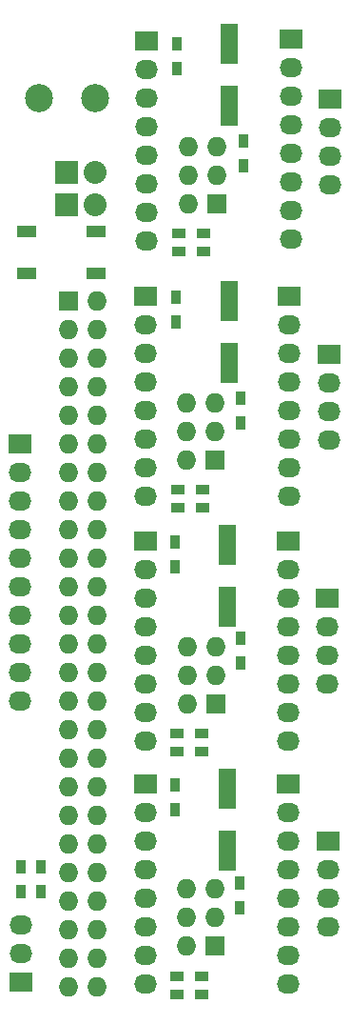
<source format=gts>
G04 #@! TF.FileFunction,Soldermask,Top*
%FSLAX46Y46*%
G04 Gerber Fmt 4.6, Leading zero omitted, Abs format (unit mm)*
G04 Created by KiCad (PCBNEW (2015-01-16 BZR 5376)-product) date 27.11.2015 11:03:24*
%MOMM*%
G01*
G04 APERTURE LIST*
%ADD10C,0.100000*%
%ADD11R,2.032000X2.032000*%
%ADD12O,2.032000X2.032000*%
%ADD13R,1.600200X3.599180*%
%ADD14R,1.727200X1.727200*%
%ADD15O,1.727200X1.727200*%
%ADD16R,0.900000X1.200000*%
%ADD17R,1.200000X0.900000*%
%ADD18R,2.032000X1.727200*%
%ADD19O,2.032000X1.727200*%
%ADD20R,1.800000X1.100000*%
%ADD21C,2.500000*%
G04 APERTURE END LIST*
D10*
D11*
X122174000Y-38989000D03*
D12*
X124714000Y-38989000D03*
D11*
X122174000Y-41910000D03*
D12*
X124714000Y-41910000D03*
D13*
X136606280Y-27612340D03*
X136606280Y-33113980D03*
X136611360Y-50452020D03*
X136611360Y-55953660D03*
X136484360Y-72138540D03*
X136484360Y-77640180D03*
X136453880Y-93764100D03*
X136453880Y-99265740D03*
D14*
X135500000Y-41798240D03*
D15*
X132960000Y-41798240D03*
X135500000Y-39258240D03*
X132960000Y-39258240D03*
X135500000Y-36718240D03*
X132960000Y-36718240D03*
D14*
X135400000Y-64587120D03*
D15*
X132860000Y-64587120D03*
X135400000Y-62047120D03*
X132860000Y-62047120D03*
X135400000Y-59507120D03*
X132860000Y-59507120D03*
D14*
X135427720Y-86207600D03*
D15*
X132887720Y-86207600D03*
X135427720Y-83667600D03*
X132887720Y-83667600D03*
X135427720Y-81127600D03*
X132887720Y-81127600D03*
D14*
X135360000Y-107792520D03*
D15*
X132820000Y-107792520D03*
X135360000Y-105252520D03*
X132820000Y-105252520D03*
X135360000Y-102712520D03*
X132820000Y-102712520D03*
D16*
X131978400Y-27530880D03*
X131978400Y-29730880D03*
X131886960Y-50131800D03*
X131886960Y-52331800D03*
X131800600Y-71879280D03*
X131800600Y-74079280D03*
X131820920Y-93443880D03*
X131820920Y-95643880D03*
D17*
X132123000Y-44444920D03*
X134323000Y-44444920D03*
X132123000Y-46009560D03*
X134323000Y-46009560D03*
X132026480Y-67203320D03*
X134226480Y-67203320D03*
X132036640Y-68803520D03*
X134236640Y-68803520D03*
X132006160Y-88859360D03*
X134206160Y-88859360D03*
X132006160Y-90500200D03*
X134206160Y-90500200D03*
X131970600Y-110449360D03*
X134170600Y-110449360D03*
X131980760Y-112074960D03*
X134180760Y-112074960D03*
D18*
X145623280Y-32486600D03*
D19*
X145623280Y-35026600D03*
X145623280Y-37566600D03*
X145623280Y-40106600D03*
D18*
X145481040Y-55199280D03*
D19*
X145481040Y-57739280D03*
X145481040Y-60279280D03*
X145481040Y-62819280D03*
D18*
X145379440Y-76850240D03*
D19*
X145379440Y-79390240D03*
X145379440Y-81930240D03*
X145379440Y-84470240D03*
D18*
X145399760Y-98435160D03*
D19*
X145399760Y-100975160D03*
X145399760Y-103515160D03*
X145399760Y-106055160D03*
D18*
X117983000Y-63119000D03*
D19*
X117983000Y-65659000D03*
X117983000Y-68199000D03*
X117983000Y-70739000D03*
X117983000Y-73279000D03*
X117983000Y-75819000D03*
X117983000Y-78359000D03*
X117983000Y-80899000D03*
X117983000Y-83439000D03*
X117983000Y-85979000D03*
D20*
X118566000Y-44251000D03*
X124766000Y-44251000D03*
X118566000Y-47951000D03*
X124766000Y-47951000D03*
D18*
X118110000Y-110998000D03*
D19*
X118110000Y-108458000D03*
X118110000Y-105918000D03*
D16*
X119888000Y-102954000D03*
X119888000Y-100754000D03*
X118110000Y-100754000D03*
X118110000Y-102954000D03*
X137922000Y-38438000D03*
X137922000Y-36238000D03*
X137668000Y-61298000D03*
X137668000Y-59098000D03*
X137668000Y-82634000D03*
X137668000Y-80434000D03*
X137541000Y-104351000D03*
X137541000Y-102151000D03*
D14*
X122301000Y-50419000D03*
D15*
X124841000Y-50419000D03*
X122301000Y-52959000D03*
X124841000Y-52959000D03*
X122301000Y-55499000D03*
X124841000Y-55499000D03*
X122301000Y-58039000D03*
X124841000Y-58039000D03*
X122301000Y-60579000D03*
X124841000Y-60579000D03*
X122301000Y-63119000D03*
X124841000Y-63119000D03*
X122301000Y-65659000D03*
X124841000Y-65659000D03*
X122301000Y-68199000D03*
X124841000Y-68199000D03*
X122301000Y-70739000D03*
X124841000Y-70739000D03*
X122301000Y-73279000D03*
X124841000Y-73279000D03*
X122301000Y-75819000D03*
X124841000Y-75819000D03*
X122301000Y-78359000D03*
X124841000Y-78359000D03*
X122301000Y-80899000D03*
X124841000Y-80899000D03*
X122301000Y-83439000D03*
X124841000Y-83439000D03*
X122301000Y-85979000D03*
X124841000Y-85979000D03*
X122301000Y-88519000D03*
X124841000Y-88519000D03*
X122301000Y-91059000D03*
X124841000Y-91059000D03*
X122301000Y-93599000D03*
X124841000Y-93599000D03*
X122301000Y-96139000D03*
X124841000Y-96139000D03*
X122301000Y-98679000D03*
X124841000Y-98679000D03*
X122301000Y-101219000D03*
X124841000Y-101219000D03*
X122301000Y-103759000D03*
X124841000Y-103759000D03*
X122301000Y-106299000D03*
X124841000Y-106299000D03*
X122301000Y-108839000D03*
X124841000Y-108839000D03*
X122301000Y-111379000D03*
X124841000Y-111379000D03*
D18*
X129286000Y-27305000D03*
D19*
X129286000Y-29845000D03*
X129286000Y-32385000D03*
X129286000Y-34925000D03*
X129286000Y-37465000D03*
X129286000Y-40005000D03*
X129286000Y-42545000D03*
X129286000Y-45085000D03*
D18*
X142113000Y-27178000D03*
D19*
X142113000Y-29718000D03*
X142113000Y-32258000D03*
X142113000Y-34798000D03*
X142113000Y-37338000D03*
X142113000Y-39878000D03*
X142113000Y-42418000D03*
X142113000Y-44958000D03*
D18*
X129159000Y-50038000D03*
D19*
X129159000Y-52578000D03*
X129159000Y-55118000D03*
X129159000Y-57658000D03*
X129159000Y-60198000D03*
X129159000Y-62738000D03*
X129159000Y-65278000D03*
X129159000Y-67818000D03*
D18*
X141986000Y-50038000D03*
D19*
X141986000Y-52578000D03*
X141986000Y-55118000D03*
X141986000Y-57658000D03*
X141986000Y-60198000D03*
X141986000Y-62738000D03*
X141986000Y-65278000D03*
X141986000Y-67818000D03*
D18*
X129159000Y-71755000D03*
D19*
X129159000Y-74295000D03*
X129159000Y-76835000D03*
X129159000Y-79375000D03*
X129159000Y-81915000D03*
X129159000Y-84455000D03*
X129159000Y-86995000D03*
X129159000Y-89535000D03*
D18*
X141859000Y-71755000D03*
D19*
X141859000Y-74295000D03*
X141859000Y-76835000D03*
X141859000Y-79375000D03*
X141859000Y-81915000D03*
X141859000Y-84455000D03*
X141859000Y-86995000D03*
X141859000Y-89535000D03*
D18*
X129159000Y-93345000D03*
D19*
X129159000Y-95885000D03*
X129159000Y-98425000D03*
X129159000Y-100965000D03*
X129159000Y-103505000D03*
X129159000Y-106045000D03*
X129159000Y-108585000D03*
X129159000Y-111125000D03*
D18*
X141859000Y-93345000D03*
D19*
X141859000Y-95885000D03*
X141859000Y-98425000D03*
X141859000Y-100965000D03*
X141859000Y-103505000D03*
X141859000Y-106045000D03*
X141859000Y-108585000D03*
X141859000Y-111125000D03*
D21*
X119674000Y-32385000D03*
X124674000Y-32385000D03*
M02*

</source>
